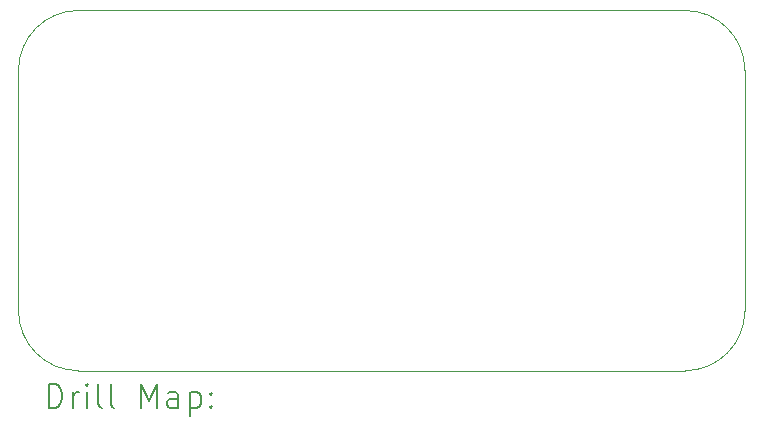
<source format=gbr>
%TF.GenerationSoftware,KiCad,Pcbnew,8.0.1-rc1*%
%TF.CreationDate,2024-04-16T23:24:07-05:00*%
%TF.ProjectId,Emotion LED,456d6f74-696f-46e2-904c-45442e6b6963,rev?*%
%TF.SameCoordinates,Original*%
%TF.FileFunction,Drillmap*%
%TF.FilePolarity,Positive*%
%FSLAX45Y45*%
G04 Gerber Fmt 4.5, Leading zero omitted, Abs format (unit mm)*
G04 Created by KiCad (PCBNEW 8.0.1-rc1) date 2024-04-16 23:24:07*
%MOMM*%
%LPD*%
G01*
G04 APERTURE LIST*
%ADD10C,0.050000*%
%ADD11C,0.200000*%
G04 APERTURE END LIST*
D10*
X9192000Y-5800000D02*
X4058000Y-5800000D01*
X9700000Y-3258000D02*
X9700000Y-5292000D01*
X4058000Y-2750000D02*
X9192000Y-2750000D01*
X3550000Y-5292000D02*
X3550000Y-3258000D01*
X9700000Y-5292000D02*
G75*
G02*
X9192000Y-5800000I-508000J0D01*
G01*
X9192000Y-2750000D02*
G75*
G02*
X9700000Y-3258000I0J-508000D01*
G01*
X4058000Y-5800000D02*
G75*
G02*
X3550000Y-5292000I0J508000D01*
G01*
X3550000Y-3258000D02*
G75*
G02*
X4058000Y-2750000I508000J0D01*
G01*
D11*
X3808277Y-6113984D02*
X3808277Y-5913984D01*
X3808277Y-5913984D02*
X3855896Y-5913984D01*
X3855896Y-5913984D02*
X3884467Y-5923508D01*
X3884467Y-5923508D02*
X3903515Y-5942555D01*
X3903515Y-5942555D02*
X3913039Y-5961603D01*
X3913039Y-5961603D02*
X3922562Y-5999698D01*
X3922562Y-5999698D02*
X3922562Y-6028269D01*
X3922562Y-6028269D02*
X3913039Y-6066365D01*
X3913039Y-6066365D02*
X3903515Y-6085412D01*
X3903515Y-6085412D02*
X3884467Y-6104460D01*
X3884467Y-6104460D02*
X3855896Y-6113984D01*
X3855896Y-6113984D02*
X3808277Y-6113984D01*
X4008277Y-6113984D02*
X4008277Y-5980650D01*
X4008277Y-6018746D02*
X4017801Y-5999698D01*
X4017801Y-5999698D02*
X4027324Y-5990174D01*
X4027324Y-5990174D02*
X4046372Y-5980650D01*
X4046372Y-5980650D02*
X4065420Y-5980650D01*
X4132086Y-6113984D02*
X4132086Y-5980650D01*
X4132086Y-5913984D02*
X4122562Y-5923508D01*
X4122562Y-5923508D02*
X4132086Y-5933031D01*
X4132086Y-5933031D02*
X4141610Y-5923508D01*
X4141610Y-5923508D02*
X4132086Y-5913984D01*
X4132086Y-5913984D02*
X4132086Y-5933031D01*
X4255896Y-6113984D02*
X4236848Y-6104460D01*
X4236848Y-6104460D02*
X4227324Y-6085412D01*
X4227324Y-6085412D02*
X4227324Y-5913984D01*
X4360658Y-6113984D02*
X4341610Y-6104460D01*
X4341610Y-6104460D02*
X4332086Y-6085412D01*
X4332086Y-6085412D02*
X4332086Y-5913984D01*
X4589229Y-6113984D02*
X4589229Y-5913984D01*
X4589229Y-5913984D02*
X4655896Y-6056841D01*
X4655896Y-6056841D02*
X4722563Y-5913984D01*
X4722563Y-5913984D02*
X4722563Y-6113984D01*
X4903515Y-6113984D02*
X4903515Y-6009222D01*
X4903515Y-6009222D02*
X4893991Y-5990174D01*
X4893991Y-5990174D02*
X4874944Y-5980650D01*
X4874944Y-5980650D02*
X4836848Y-5980650D01*
X4836848Y-5980650D02*
X4817801Y-5990174D01*
X4903515Y-6104460D02*
X4884467Y-6113984D01*
X4884467Y-6113984D02*
X4836848Y-6113984D01*
X4836848Y-6113984D02*
X4817801Y-6104460D01*
X4817801Y-6104460D02*
X4808277Y-6085412D01*
X4808277Y-6085412D02*
X4808277Y-6066365D01*
X4808277Y-6066365D02*
X4817801Y-6047317D01*
X4817801Y-6047317D02*
X4836848Y-6037793D01*
X4836848Y-6037793D02*
X4884467Y-6037793D01*
X4884467Y-6037793D02*
X4903515Y-6028269D01*
X4998753Y-5980650D02*
X4998753Y-6180650D01*
X4998753Y-5990174D02*
X5017801Y-5980650D01*
X5017801Y-5980650D02*
X5055896Y-5980650D01*
X5055896Y-5980650D02*
X5074944Y-5990174D01*
X5074944Y-5990174D02*
X5084467Y-5999698D01*
X5084467Y-5999698D02*
X5093991Y-6018746D01*
X5093991Y-6018746D02*
X5093991Y-6075888D01*
X5093991Y-6075888D02*
X5084467Y-6094936D01*
X5084467Y-6094936D02*
X5074944Y-6104460D01*
X5074944Y-6104460D02*
X5055896Y-6113984D01*
X5055896Y-6113984D02*
X5017801Y-6113984D01*
X5017801Y-6113984D02*
X4998753Y-6104460D01*
X5179705Y-6094936D02*
X5189229Y-6104460D01*
X5189229Y-6104460D02*
X5179705Y-6113984D01*
X5179705Y-6113984D02*
X5170182Y-6104460D01*
X5170182Y-6104460D02*
X5179705Y-6094936D01*
X5179705Y-6094936D02*
X5179705Y-6113984D01*
X5179705Y-5990174D02*
X5189229Y-5999698D01*
X5189229Y-5999698D02*
X5179705Y-6009222D01*
X5179705Y-6009222D02*
X5170182Y-5999698D01*
X5170182Y-5999698D02*
X5179705Y-5990174D01*
X5179705Y-5990174D02*
X5179705Y-6009222D01*
M02*

</source>
